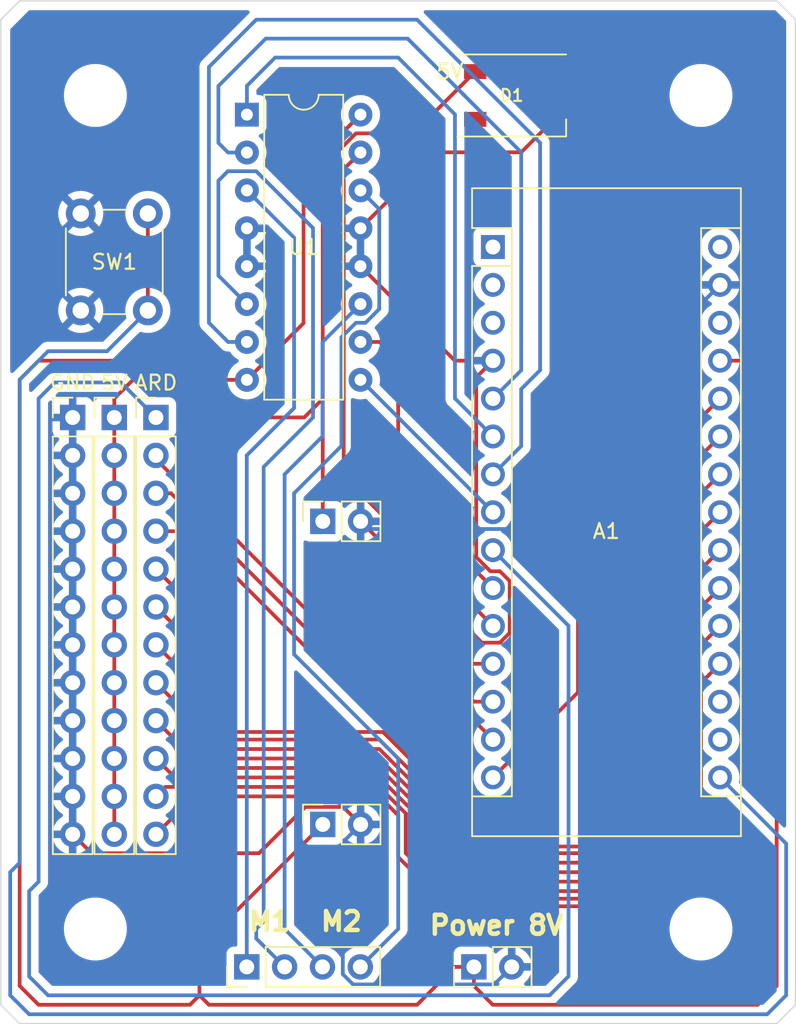
<source format=kicad_pcb>
(kicad_pcb (version 20211014) (generator pcbnew)
  (layers (0 "F.Cu" signal) (31 "B.Cu" signal) (34 "B.Paste" user) (35 "F.Paste" user) (36 "B.SilkS" user "B.Silkscreen") (37 "F.SilkS" user "F.Silkscreen") (38 "B.Mask" user) (39 "F.Mask" user) (44 "Edge.Cuts" user))
  (net 0 "")
  (net 6 "A0")
  (net 7 "GND")
  (net 8 "A1")
  (net 9 "M1A-IN")
  (net 10 "A2")
  (net 11 "EN1")
  (net 12 "A3")
  (net 13 "M1B-IN")
  (net 14 "A4")
  (net 15 "EN2")
  (net 16 "A5")
  (net 17 "D6")
  (net 18 "A6")
  (net 19 "M2A-IN")
  (net 20 "A7")
  (net 21 "M2B-IN")
  (net 22 "8V")
  (net 23 "D9")
  (net 25 "D10")
  (net 26 "D11")
  (net 28 "LED")
  (net 29 "BTN")
  (net 31 "5V")
  (net 32 "M1A-OUT")
  (net 33 "M1B-OUT")
  (net 34 "M2A-OUT")
  (net 35 "M2B-OUT")
  (footprint "Connector_PinSocket_2.54mm:PinSocket_1x02_P2.54mm_Vertical" (layer "F.Cu") (at 140.99 149.2 90)
    (fp_text reference "J6" hide)
    (fp_text value "Conn_01x02_Female" hide)
    (fp_line (start 1.33 1.27) (end 1.33 3.87) (layer "F.SilkS") (width 0.12))
    (fp_line (start -1.33 1.27) (end 1.33 1.27) (layer "F.SilkS") (width 0.12))
    (fp_line (start -1.33 1.27) (end -1.33 3.87) (layer "F.SilkS") (width 0.12))
    (fp_line (start -1.33 3.87) (end 1.33 3.87) (layer "F.SilkS") (width 0.12))
    (fp_line (start 1.33 -1.33) (end 1.33 0) (layer "F.SilkS") (width 0.12))
    (fp_line (start 0 -1.33) (end 1.33 -1.33) (layer "F.SilkS") (width 0.12))
    (pad "1" thru_hole rect locked (at 0 0 90) (size 1.7 1.7) (drill 1) (layers *.Cu *.Mask) (net 22 "8V"))
    (pad "2" thru_hole oval locked (at 0 2.54 90) (size 1.7 1.7) (drill 1) (layers *.Cu *.Mask) (net 7 "GND"))
  )
  (footprint "Package_DIP:DIP-16_W7.62mm" (layer "F.Cu") (at 135.9 101.615)
    (fp_text reference "U1" hide)
    (fp_text value "L293D" hide)
    (fp_text user "U1" (at 3.81 8.89) (layer "F.SilkS"))
    (fp_line (start 6.46 19.11) (end 6.46 -1.33) (layer "F.SilkS") (width 0.12))
    (fp_line (start 1.16 19.11) (end 6.46 19.11) (layer "F.SilkS") (width 0.12))
    (fp_line (start 1.16 -1.33) (end 1.16 19.11) (layer "F.SilkS") (width 0.12))
    (fp_line (start 6.46 -1.33) (end 4.81 -1.33) (layer "F.SilkS") (width 0.12))
    (fp_line (start 2.81 -1.33) (end 1.16 -1.33) (layer "F.SilkS") (width 0.12))
    (fp_arc (start 4.81 -1.33) (mid 3.81 -0.33) (end 2.81 -1.33) (layer "F.SilkS") (width 0.12))
    (pad "1" thru_hole rect locked (at 0 0) (size 1.6 1.6) (drill 0.8) (layers *.Cu *.Mask) (net 11 "EN1"))
    (pad "2" thru_hole oval locked (at 0 2.54) (size 1.6 1.6) (drill 0.8) (layers *.Cu *.Mask) (net 9 "M1A-IN"))
    (pad "3" thru_hole oval locked (at 0 5.08) (size 1.6 1.6) (drill 0.8) (layers *.Cu *.Mask) (net 32 "M1A-OUT"))
    (pad "4" thru_hole oval locked (at 0 7.62) (size 1.6 1.6) (drill 0.8) (layers *.Cu *.Mask) (net 7 "GND"))
    (pad "5" thru_hole oval locked (at 0 10.16) (size 1.6 1.6) (drill 0.8) (layers *.Cu *.Mask) (net 7 "GND"))
    (pad "6" thru_hole oval locked (at 0 12.7) (size 1.6 1.6) (drill 0.8) (layers *.Cu *.Mask) (net 33 "M1B-OUT"))
    (pad "7" thru_hole oval locked (at 0 15.24) (size 1.6 1.6) (drill 0.8) (layers *.Cu *.Mask) (net 13 "M1B-IN"))
    (pad "8" thru_hole oval locked (at 0 17.78) (size 1.6 1.6) (drill 0.8) (layers *.Cu *.Mask) (net 22 "8V"))
    (pad "9" thru_hole oval locked (at 7.62 17.78) (size 1.6 1.6) (drill 0.8) (layers *.Cu *.Mask) (net 15 "EN2"))
    (pad "10" thru_hole oval locked (at 7.62 15.24) (size 1.6 1.6) (drill 0.8) (layers *.Cu *.Mask) (net 19 "M2A-IN"))
    (pad "11" thru_hole oval locked (at 7.62 12.7) (size 1.6 1.6) (drill 0.8) (layers *.Cu *.Mask) (net 34 "M2A-OUT"))
    (pad "12" thru_hole oval locked (at 7.62 10.16) (size 1.6 1.6) (drill 0.8) (layers *.Cu *.Mask) (net 7 "GND"))
    (pad "13" thru_hole oval locked (at 7.62 7.62) (size 1.6 1.6) (drill 0.8) (layers *.Cu *.Mask) (net 7 "GND"))
    (pad "14" thru_hole oval locked (at 7.62 5.08) (size 1.6 1.6) (drill 0.8) (layers *.Cu *.Mask) (net 35 "M2B-OUT"))
    (pad "15" thru_hole oval locked (at 7.62 2.54) (size 1.6 1.6) (drill 0.8) (layers *.Cu *.Mask) (net 21 "M2B-IN"))
    (pad "16" thru_hole oval locked (at 7.62 0) (size 1.6 1.6) (drill 0.8) (layers *.Cu *.Mask) (net 22 "8V"))
  )
  (footprint "Connector_PinHeader_2.54mm:PinHeader_1x12_P2.54mm_Vertical" (layer "F.Cu") (at 127 121.92)
    (fp_text reference "5V" (at 0 -2.33) (layer "F.SilkS"))
    (fp_text value "Conn_01x12_Male" hide)
    (fp_line (start 1.33 1.27) (end 1.33 29.27) (layer "F.SilkS") (width 0.12))
    (fp_line (start -1.33 1.27) (end 1.33 1.27) (layer "F.SilkS") (width 0.12))
    (fp_line (start -1.33 1.27) (end -1.33 29.27) (layer "F.SilkS") (width 0.12))
    (fp_line (start -1.33 -1.33) (end 0 -1.33) (layer "F.SilkS") (width 0.12))
    (fp_line (start -1.33 0) (end -1.33 -1.33) (layer "F.SilkS") (width 0.12))
    (fp_line (start -1.33 29.27) (end 1.33 29.27) (layer "F.SilkS") (width 0.12))
    (pad "1" thru_hole rect locked (at 0 0) (size 1.7 1.7) (drill 1) (layers *.Cu *.Mask) (net 31 "5V"))
    (pad "2" thru_hole oval locked (at 0 2.54) (size 1.7 1.7) (drill 1) (layers *.Cu *.Mask) (net 31 "5V"))
    (pad "3" thru_hole oval locked (at 0 5.08) (size 1.7 1.7) (drill 1) (layers *.Cu *.Mask) (net 31 "5V"))
    (pad "4" thru_hole oval locked (at 0 7.62) (size 1.7 1.7) (drill 1) (layers *.Cu *.Mask) (net 31 "5V"))
    (pad "5" thru_hole oval locked (at 0 10.16) (size 1.7 1.7) (drill 1) (layers *.Cu *.Mask) (net 31 "5V"))
    (pad "6" thru_hole oval locked (at 0 12.7) (size 1.7 1.7) (drill 1) (layers *.Cu *.Mask) (net 31 "5V"))
    (pad "7" thru_hole oval locked (at 0 15.24) (size 1.7 1.7) (drill 1) (layers *.Cu *.Mask) (net 31 "5V"))
    (pad "8" thru_hole oval locked (at 0 17.78) (size 1.7 1.7) (drill 1) (layers *.Cu *.Mask) (net 31 "5V"))
    (pad "9" thru_hole oval locked (at 0 20.32) (size 1.7 1.7) (drill 1) (layers *.Cu *.Mask) (net 31 "5V"))
    (pad "10" thru_hole oval locked (at 0 22.86) (size 1.7 1.7) (drill 1) (layers *.Cu *.Mask) (net 31 "5V"))
    (pad "11" thru_hole oval locked (at 0 25.4) (size 1.7 1.7) (drill 1) (layers *.Cu *.Mask) (net 31 "5V"))
    (pad "12" thru_hole oval locked (at 0 27.94) (size 1.7 1.7) (drill 1) (layers *.Cu *.Mask) (net 31 "5V"))
  )
  (footprint "MountingHole:MountingHole_3.2mm_M3" (layer "F.Cu") (at 166.37 100.33)
    (fp_text reference "H2" hide)
    (fp_text value "MountingHole" hide)
    (pad "" np_thru_hole circle locked (at 0 0) (size 3.2 3.2) (drill 3.2) (layers *.Cu *.Mask))
  )
  (footprint "Connector_PinHeader_2.54mm:PinHeader_1x04_P2.54mm_Vertical" (layer "F.Cu") (at 135.89 158.75 90)
    (fp_text reference "J1" hide)
    (fp_text value "Conn_01x04_Male" hide)
    (fp_line (start -1.33 1.27) (end 1.33 1.27) (layer "F.SilkS") (width 0.12))
    (fp_line (start 1.33 1.27) (end 1.33 8.95) (layer "F.SilkS") (width 0.12))
    (fp_line (start -1.33 8.95) (end 1.33 8.95) (layer "F.SilkS") (width 0.12))
    (fp_line (start -1.33 -1.33) (end 0 -1.33) (layer "F.SilkS") (width 0.12))
    (fp_line (start -1.33 0) (end -1.33 -1.33) (layer "F.SilkS") (width 0.12))
    (fp_line (start -1.33 1.27) (end -1.33 8.95) (layer "F.SilkS") (width 0.12))
    (pad "1" thru_hole rect locked (at 0 0 90) (size 1.7 1.7) (drill 1) (layers *.Cu *.Mask) (net 32 "M1A-OUT"))
    (pad "2" thru_hole oval locked (at 0 2.54 90) (size 1.7 1.7) (drill 1) (layers *.Cu *.Mask) (net 33 "M1B-OUT"))
    (pad "3" thru_hole oval locked (at 0 5.08 90) (size 1.7 1.7) (drill 1) (layers *.Cu *.Mask) (net 34 "M2A-OUT"))
    (pad "4" thru_hole oval locked (at 0 7.62 90) (size 1.7 1.7) (drill 1) (layers *.Cu *.Mask) (net 35 "M2B-OUT"))
  )
  (footprint "LED_SMD:LED_WS2812B_PLCC4_5.0x5.0mm_P3.2mm" (layer "F.Cu") (at 153.67 100.33)
    (fp_text reference "D1" hide)
    (fp_text value "WS2812B" hide)
    (fp_text user "5V" (at -4.15 -1.6) (layer "F.SilkS"))
    (fp_text user "D1" (at 0 0) (layer "F.SilkS") (effects (font (size 0.8 0.8))))
    (fp_line (start 3.65 2.75) (end 3.65 1.6) (layer "F.SilkS") (width 0.12))
    (fp_line (start -3.65 -2.75) (end 3.65 -2.75) (layer "F.SilkS") (width 0.12))
    (fp_line (start -3.65 2.75) (end 3.65 2.75) (layer "F.SilkS") (width 0.12))
    (pad "1" smd rect locked (at -2.45 -1.6) (size 1.5 1) (layers "F.Cu" "F.Paste" "F.Mask") (net 31 "5V"))
    (pad "2" smd rect locked (at -2.45 1.6) (size 1.5 1) (layers "F.Cu" "F.Paste" "F.Mask"))
    (pad "3" smd rect locked (at 2.45 1.6) (size 1.5 1) (layers "F.Cu" "F.Paste" "F.Mask") (net 7 "GND"))
    (pad "4" smd rect locked (at 2.45 -1.6) (size 1.5 1) (layers "F.Cu" "F.Paste" "F.Mask") (net 28 "LED"))
  )
  (footprint "MountingHole:MountingHole_3.2mm_M3" (layer "F.Cu") (at 125.73 100.33)
    (fp_text reference "H4" hide)
    (fp_text value "MountingHole" hide)
    (pad "" np_thru_hole circle locked (at 0 0) (size 3.2 3.2) (drill 3.2) (layers *.Cu *.Mask))
  )
  (footprint "Module:Arduino_Nano" (layer "F.Cu") (at 152.41 110.49)
    (fp_text reference "A1" hide)
    (fp_text value "Arduino_Nano_Every" hide)
    (fp_text user "A1" (at 7.61 19.05 180) (layer "F.SilkS"))
    (fp_line (start 13.97 36.83) (end 16.64 36.83) (layer "F.SilkS") (width 0.12))
    (fp_line (start 1.27 1.27) (end 1.27 36.83) (layer "F.SilkS") (width 0.12))
    (fp_line (start 1.27 -1.27) (end -1.4 -1.27) (layer "F.SilkS") (width 0.12))
    (fp_line (start 13.97 -1.27) (end 13.97 36.83) (layer "F.SilkS") (width 0.12))
    (fp_line (start 13.97 -1.27) (end 16.64 -1.27) (layer "F.SilkS") (width 0.12))
    (fp_line (start 1.27 1.27) (end 1.27 -1.27) (layer "F.SilkS") (width 0.12))
    (fp_line (start -1.4 39.5) (end 16.64 39.5) (layer "F.SilkS") (width 0.12))
    (fp_line (start 1.27 1.27) (end -1.4 1.27) (layer "F.SilkS") (width 0.12))
    (fp_line (start 16.64 39.5) (end 16.64 -3.94) (layer "F.SilkS") (width 0.12))
    (fp_line (start -1.4 1.27) (end -1.4 39.5) (layer "F.SilkS") (width 0.12))
    (fp_line (start 16.64 -3.94) (end -1.4 -3.94) (layer "F.SilkS") (width 0.12))
    (fp_line (start -1.4 -3.94) (end -1.4 -1.27) (layer "F.SilkS") (width 0.12))
    (fp_line (start 1.27 36.83) (end -1.4 36.83) (layer "F.SilkS") (width 0.12))
    (pad "1" thru_hole rect locked (at 0 0) (size 1.6 1.6) (drill 1) (layers *.Cu *.Mask))
    (pad "2" thru_hole oval locked (at 0 2.54) (size 1.6 1.6) (drill 1) (layers *.Cu *.Mask))
    (pad "3" thru_hole oval locked (at 0 5.08) (size 1.6 1.6) (drill 1) (layers *.Cu *.Mask))
    (pad "4" thru_hole oval locked (at 0 7.62) (size 1.6 1.6) (drill 1) (layers *.Cu *.Mask) (net 7 "GND"))
    (pad "5" thru_hole oval locked (at 0 10.16) (size 1.6 1.6) (drill 1) (layers *.Cu *.Mask) (net 9 "M1A-IN"))
    (pad "6" thru_hole oval locked (at 0 12.7) (size 1.6 1.6) (drill 1) (layers *.Cu *.Mask) (net 11 "EN1"))
    (pad "7" thru_hole oval locked (at 0 15.24) (size 1.6 1.6) (drill 1) (layers *.Cu *.Mask) (net 13 "M1B-IN"))
    (pad "8" thru_hole oval locked (at 0 17.78) (size 1.6 1.6) (drill 1) (layers *.Cu *.Mask) (net 15 "EN2"))
    (pad "9" thru_hole oval locked (at 0 20.32) (size 1.6 1.6) (drill 1) (layers *.Cu *.Mask) (net 17 "D6"))
    (pad "10" thru_hole oval locked (at 0 22.86) (size 1.6 1.6) (drill 1) (layers *.Cu *.Mask) (net 19 "M2A-IN"))
    (pad "11" thru_hole oval locked (at 0 25.4) (size 1.6 1.6) (drill 1) (layers *.Cu *.Mask) (net 21 "M2B-IN"))
    (pad "12" thru_hole oval locked (at 0 27.94) (size 1.6 1.6) (drill 1) (layers *.Cu *.Mask) (net 23 "D9"))
    (pad "13" thru_hole oval locked (at 0 30.48) (size 1.6 1.6) (drill 1) (layers *.Cu *.Mask) (net 25 "D10"))
    (pad "14" thru_hole oval locked (at 0 33.02) (size 1.6 1.6) (drill 1) (layers *.Cu *.Mask) (net 26 "D11"))
    (pad "15" thru_hole oval locked (at 0 35.56) (size 1.6 1.6) (drill 1) (layers *.Cu *.Mask) (net 28 "LED"))
    (pad "16" thru_hole oval locked (at 15.24 35.56) (size 1.6 1.6) (drill 1) (layers *.Cu *.Mask) (net 29 "BTN"))
    (pad "17" thru_hole oval locked (at 15.24 33.02) (size 1.6 1.6) (drill 1) (layers *.Cu *.Mask))
    (pad "18" thru_hole oval locked (at 15.24 30.48) (size 1.6 1.6) (drill 1) (layers *.Cu *.Mask))
    (pad "19" thru_hole oval locked (at 15.24 27.94) (size 1.6 1.6) (drill 1) (layers *.Cu *.Mask) (net 6 "A0"))
    (pad "20" thru_hole oval locked (at 15.24 25.4) (size 1.6 1.6) (drill 1) (layers *.Cu *.Mask) (net 8 "A1"))
    (pad "21" thru_hole oval locked (at 15.24 22.86) (size 1.6 1.6) (drill 1) (layers *.Cu *.Mask) (net 10 "A2"))
    (pad "22" thru_hole oval locked (at 15.24 20.32) (size 1.6 1.6) (drill 1) (layers *.Cu *.Mask) (net 12 "A3"))
    (pad "23" thru_hole oval locked (at 15.24 17.78) (size 1.6 1.6) (drill 1) (layers *.Cu *.Mask) (net 14 "A4"))
    (pad "24" thru_hole oval locked (at 15.24 15.24) (size 1.6 1.6) (drill 1) (layers *.Cu *.Mask) (net 16 "A5"))
    (pad "25" thru_hole oval locked (at 15.24 12.7) (size 1.6 1.6) (drill 1) (layers *.Cu *.Mask) (net 18 "A6"))
    (pad "26" thru_hole oval locked (at 15.24 10.16) (size 1.6 1.6) (drill 1) (layers *.Cu *.Mask) (net 20 "A7"))
    (pad "27" thru_hole oval locked (at 15.24 7.62) (size 1.6 1.6) (drill 1) (layers *.Cu *.Mask) (net 22 "8V"))
    (pad "28" thru_hole oval locked (at 15.24 5.08) (size 1.6 1.6) (drill 1) (layers *.Cu *.Mask))
    (pad "29" thru_hole oval locked (at 15.24 2.54) (size 1.6 1.6) (drill 1) (layers *.Cu *.Mask) (net 7 "GND"))
    (pad "30" thru_hole oval locked (at 15.24 0) (size 1.6 1.6) (drill 1) (layers *.Cu *.Mask))
  )
  (footprint "Connector_PinHeader_2.54mm:PinHeader_1x12_P2.54mm_Vertical" (layer "F.Cu") (at 129.794 121.92)
    (fp_text reference "ARD" (at 0 -2.33) (layer "F.SilkS"))
    (fp_text value "Conn_01x12_Male" hide)
    (fp_line (start -1.33 0) (end -1.33 -1.33) (layer "F.SilkS") (width 0.12))
    (fp_line (start -1.33 -1.33) (end 0 -1.33) (layer "F.SilkS") (width 0.12))
    (fp_line (start -1.33 1.27) (end -1.33 29.27) (layer "F.SilkS") (width 0.12))
    (fp_line (start 1.33 1.27) (end 1.33 29.27) (layer "F.SilkS") (width 0.12))
    (fp_line (start -1.33 1.27) (end 1.33 1.27) (layer "F.SilkS") (width 0.12))
    (fp_line (start -1.33 29.27) (end 1.33 29.27) (layer "F.SilkS") (width 0.12))
    (pad "1" thru_hole rect locked (at 0 0) (size 1.7 1.7) (drill 1) (layers *.Cu *.Mask) (net 17 "D6"))
    (pad "2" thru_hole oval locked (at 0 2.54) (size 1.7 1.7) (drill 1) (layers *.Cu *.Mask) (net 23 "D9"))
    (pad "3" thru_hole oval locked (at 0 5.08) (size 1.7 1.7) (drill 1) (layers *.Cu *.Mask) (net 25 "D10"))
    (pad "4" thru_hole oval locked (at 0 7.62) (size 1.7 1.7) (drill 1) (layers *.Cu *.Mask) (net 26 "D11"))
    (pad "5" thru_hole oval locked (at 0 10.16) (size 1.7 1.7) (drill 1) (layers *.Cu *.Mask) (net 20 "A7"))
    (pad "6" thru_hole oval locked (at 0 12.7) (size 1.7 1.7) (drill 1) (layers *.Cu *.Mask) (net 18 "A6"))
    (pad "7" thru_hole oval locked (at 0 15.24) (size 1.7 1.7) (drill 1) (layers *.Cu *.Mask) (net 16 "A5"))
    (pad "8" thru_hole oval locked (at 0 17.78) (size 1.7 1.7) (drill 1) (layers *.Cu *.Mask) (net 14 "A4"))
    (pad "9" thru_hole oval locked (at 0 20.32) (size 1.7 1.7) (drill 1) (layers *.Cu *.Mask) (net 12 "A3"))
    (pad "10" thru_hole oval locked (at 0 22.86) (size 1.7 1.7) (drill 1) (layers *.Cu *.Mask) (net 10 "A2"))
    (pad "11" thru_hole oval locked (at 0 25.4) (size 1.7 1.7) (drill 1) (layers *.Cu *.Mask) (net 8 "A1"))
    (pad "12" thru_hole oval locked (at 0 27.94) (size 1.7 1.7) (drill 1) (layers *.Cu *.Mask) (net 6 "A0"))
  )
  (footprint "Connector_PinSocket_2.54mm:PinSocket_1x02_P2.54mm_Vertical" (layer "F.Cu") (at 140.99 128.88 90)
    (fp_text reference "Power 5V" hide)
    (fp_text value "Conn_01x02_Female" hide)
    (fp_line (start -1.33 3.87) (end 1.33 3.87) (layer "F.SilkS") (width 0.12))
    (fp_line (start 1.33 -1.33) (end 1.33 0) (layer "F.SilkS") (width 0.12))
    (fp_line (start 1.33 1.27) (end 1.33 3.87) (layer "F.SilkS") (width 0.12))
    (fp_line (start -1.33 1.27) (end -1.33 3.87) (layer "F.SilkS") (width 0.12))
    (fp_line (start -1.33 1.27) (end 1.33 1.27) (layer "F.SilkS") (width 0.12))
    (fp_line (start 0 -1.33) (end 1.33 -1.33) (layer "F.SilkS") (width 0.12))
    (pad "1" thru_hole rect locked (at 0 0 90) (size 1.7 1.7) (drill 1) (layers *.Cu *.Mask) (net 31 "5V"))
    (pad "2" thru_hole oval locked (at 0 2.54 90) (size 1.7 1.7) (drill 1) (layers *.Cu *.Mask) (net 7 "GND"))
  )
  (footprint "Button_Switch_THT:SW_PUSH_6mm" (layer "F.Cu") (at 129.25 108.24 -90)
    (fp_text reference "SW1" hide)
    (fp_text value "SW_DIP_x01" hide)
    (fp_text user "SW1" (at 3.25 2.25 180) (layer "F.SilkS"))
    (fp_line (start 5.5 -1) (end 1 -1) (layer "F.SilkS") (width 0.12))
    (fp_line (start 6.75 3) (end 6.75 1.5) (layer "F.SilkS") (width 0.12))
    (fp_line (start -0.25 1.5) (end -0.25 3) (layer "F.SilkS") (width 0.12))
    (fp_line (start 1 5.5) (end 5.5 5.5) (layer "F.SilkS") (width 0.12))
    (pad "1" thru_hole circle locked (at 6.5 0) (size 2 2) (drill 1.1) (layers *.Cu *.Mask) (net 29 "BTN"))
    (pad "1" thru_hole circle locked (at 0 0) (size 2 2) (drill 1.1) (layers *.Cu *.Mask) (net 29 "BTN"))
    (pad "2" thru_hole circle locked (at 6.5 4.5) (size 2 2) (drill 1.1) (layers *.Cu *.Mask) (net 7 "GND"))
    (pad "2" thru_hole circle locked (at 0 4.5) (size 2 2) (drill 1.1) (layers *.Cu *.Mask) (net 7 "GND"))
  )
  (footprint "MountingHole:MountingHole_3.2mm_M3" (layer "F.Cu") (at 125.73 156.21)
    (fp_text reference "H1" hide)
    (fp_text value "MountingHole" hide)
    (pad "" np_thru_hole circle locked (at 0 0) (size 3.2 3.2) (drill 3.2) (layers *.Cu *.Mask))
  )
  (footprint "MountingHole:MountingHole_3.2mm_M3" (layer "F.Cu") (at 166.37 156.21)
    (fp_text reference "H3" hide)
    (fp_text value "MountingHole" hide)
    (pad "" np_thru_hole circle locked (at 0 0) (size 3.2 3.2) (drill 3.2) (layers *.Cu *.Mask))
  )
  (footprint "Connector_PinHeader_2.54mm:PinHeader_1x02_P2.54mm_Vertical" (layer "F.Cu") (at 151.13 158.75 90)
    (fp_text reference "J7" hide)
    (fp_text value "Conn_01x02_Male" hide)
    (fp_line (start -1.33 1.27) (end -1.33 3.87) (layer "F.SilkS") (width 0.12))
    (fp_line (start -1.33 3.87) (end 1.33 3.87) (layer "F.SilkS") (width 0.12))
    (fp_line (start 1.33 1.27) (end 1.33 3.87) (layer "F.SilkS") (width 0.12))
    (fp_line (start -1.33 0) (end -1.33 -1.33) (layer "F.SilkS") (width 0.12))
    (fp_line (start -1.33 -1.33) (end 0 -1.33) (layer "F.SilkS") (width 0.12))
    (fp_line (start -1.33 1.27) (end 1.33 1.27) (layer "F.SilkS") (width 0.12))
    (pad "1" thru_hole rect locked (at 0 0 90) (size 1.7 1.7) (drill 1) (layers *.Cu *.Mask) (net 22 "8V"))
    (pad "2" thru_hole oval locked (at 0 2.54 90) (size 1.7 1.7) (drill 1) (layers *.Cu *.Mask) (net 7 "GND"))
  )
  (footprint "Connector_PinHeader_2.54mm:PinHeader_1x12_P2.54mm_Vertical" (layer "F.Cu") (at 124.206 121.92)
    (fp_text reference "GND" (at 0 -2.33) (layer "F.SilkS"))
    (fp_text value "Conn_01x12_Male" hide)
    (fp_line (start -1.33 -1.33) (end 0 -1.33) (layer "F.SilkS") (width 0.12))
    (fp_line (start -1.33 29.27) (end 1.33 29.27) (layer "F.SilkS") (width 0.12))
    (fp_line (start 1.33 1.27) (end 1.33 29.27) (layer "F.SilkS") (width 0.12))
    (fp_line (start -1.33 1.27) (end 1.33 1.27) (layer "F.SilkS") (width 0.12))
    (fp_line (start -1.33 0) (end -1.33 -1.33) (layer "F.SilkS") (width 0.12))
    (fp_line (start -1.33 1.27) (end -1.33 29.27) (layer "F.SilkS") (width 0.12))
    (pad "1" thru_hole rect locked (at 0 0) (size 1.7 1.7) (drill 1) (layers *.Cu *.Mask) (net 7 "GND"))
    (pad "2" thru_hole oval locked (at 0 2.54) (size 1.7 1.7) (drill 1) (layers *.Cu *.Mask) (net 7 "GND"))
    (pad "3" thru_hole oval locked (at 0 5.08) (size 1.7 1.7) (drill 1) (layers *.Cu *.Mask) (net 7 "GND"))
    (pad "4" thru_hole oval locked (at 0 7.62) (size 1.7 1.7) (drill 1) (layers *.Cu *.Mask) (net 7 "GND"))
    (pad "5" thru_hole oval locked (at 0 10.16) (size 1.7 1.7) (drill 1) (layers *.Cu *.Mask) (net 7 "GND"))
    (pad "6" thru_hole oval locked (at 0 12.7) (size 1.7 1.7) (drill 1) (layers *.Cu *.Mask) (net 7 "GND"))
    (pad "7" thru_hole oval locked (at 0 15.24) (size 1.7 1.7) (drill 1) (layers *.Cu *.Mask) (net 7 "GND"))
    (pad "8" thru_hole oval locked (at 0 17.78) (size 1.7 1.7) (drill 1) (layers *.Cu *.Mask) (net 7 "GND"))
    (pad "9" thru_hole oval locked (at 0 20.32) (size 1.7 1.7) (drill 1) (layers *.Cu *.Mask) (net 7 "GND"))
    (pad "10" thru_hole oval locked (at 0 22.86) (size 1.7 1.7) (drill 1) (layers *.Cu *.Mask) (net 7 "GND"))
    (pad "11" thru_hole oval locked (at 0 25.4) (size 1.7 1.7) (drill 1) (layers *.Cu *.Mask) (net 7 "GND"))
    (pad "12" thru_hole oval locked (at 0 27.94) (size 1.7 1.7) (drill 1) (layers *.Cu *.Mask) (net 7 "GND"))
  )
  (gr_line (start 119.38 161.29) (end 120.65 162.56) (layer "Edge.Cuts") (width 0.1))
  (gr_line (start 119.38 95.25) (end 119.38 161.29) (layer "Edge.Cuts") (width 0.1))
  (gr_line (start 171.45 162.56) (end 172.72 161.29) (layer "Edge.Cuts") (width 0.1))
  (gr_line (start 172.72 95.25) (end 171.45 93.98) (layer "Edge.Cuts") (width 0.1))
  (gr_line (start 171.45 93.98) (end 120.65 93.98) (layer "Edge.Cuts") (width 0.1))
  (gr_line (start 120.65 93.98) (end 119.38 95.25) (layer "Edge.Cuts") (width 0.1))
  (gr_line (start 120.65 162.56) (end 171.45 162.56) (layer "Edge.Cuts") (width 0.1))
  (gr_line (start 172.72 161.29) (end 172.72 95.25) (layer "Edge.Cuts") (width 0.1))
  (gr_text "M1" (at 137.414 155.702) (layer "F.SilkS") (effects (font (size 1.27 1.27) (thickness 0.3))))
  (gr_text "Power 8V" (at 152.654 155.956) (layer "F.SilkS") (effects (font (size 1.27 1.27) (thickness 0.3))))
  (gr_text "M2\n" (at 142.24 155.702) (layer "F.SilkS") (effects (font (size 1.27 1.27) (thickness 0.3))))
  (segment (start 166.38 139.7) (end 166.37 139.7) (width 0.25) (layer "F.Cu") (net 6))
  (segment (start 132.334 147.32) (end 129.794 149.86) (width 0.25) (layer "F.Cu") (net 6))
  (segment (start 149.352 154.686) (end 160.275436 154.686) (width 0.25) (layer "F.Cu") (net 6))
  (segment (start 160.275436 154.686) (end 166.37 148.591436) (width 0.25) (layer "F.Cu") (net 6))
  (segment (start 166.37 148.591436) (end 166.37 139.71) (width 0.25) (layer "F.Cu") (net 6))
  (segment (start 144.78 147.32) (end 132.334 147.32) (width 0.25) (layer "F.Cu") (net 6))
  (segment (start 146.05 148.59) (end 146.05 151.384) (width 0.25) (layer "F.Cu") (net 6))
  (segment (start 167.65 138.43) (end 166.38 139.7) (width 0.25) (layer "F.Cu") (net 6))
  (segment (start 146.05 151.384) (end 149.352 154.686) (width 0.25) (layer "F.Cu") (net 6))
  (segment (start 166.37 139.71) (end 166.38 139.7) (width 0.25) (layer "F.Cu") (net 6))
  (segment (start 146.05 148.59) (end 144.78 147.32) (width 0.25) (layer "F.Cu") (net 6))
  (segment (start 156.12 101.93) (end 156.12 102.325) (width 0.25) (layer "F.Cu") (net 7))
  (segment (start 154.305 104.14) (end 148.59 104.14) (width 0.25) (layer "F.Cu") (net 7))
  (segment (start 152.41 118.11) (end 149.855 118.11) (width 0.25) (layer "F.Cu") (net 7))
  (segment (start 148.59 104.165) (end 143.52 109.235) (width 0.25) (layer "F.Cu") (net 7))
  (segment (start 124.206 149.86) (end 125.476 151.13) (width 0.25) (layer "F.Cu") (net 7))
  (segment (start 149.855 118.11) (end 143.52 111.775) (width 0.25) (layer "F.Cu") (net 7))
  (segment (start 152.41 118.11) (end 151.285489 119.234511) (width 0.25) (layer "F.Cu") (net 7))
  (segment (start 153.534511 136.355789) (end 152.875789 137.014511) (width 0.25) (layer "F.Cu") (net 7))
  (segment (start 152.235189 132.225489) (end 152.875789 132.225489) (width 0.25) (layer "F.Cu") (net 7))
  (segment (start 156.12 102.325) (end 154.305 104.14) (width 0.25) (layer "F.Cu") (net 7))
  (segment (start 153.534511 132.884211) (end 153.534511 136.355789) (width 0.25) (layer "F.Cu") (net 7))
  (segment (start 142.355489 148.025489) (end 143.53 149.2) (width 0.25) (layer "F.Cu") (net 7))
  (segment (start 152.875789 132.225489) (end 153.534511 132.884211) (width 0.25) (layer "F.Cu") (net 7))
  (segment (start 151.285489 131.275789) (end 152.235189 132.225489) (width 0.25) (layer "F.Cu") (net 7))
  (segment (start 136.710978 151.13) (end 139.815489 148.025489) (width 0.25) (layer "F.Cu") (net 7))
  (segment (start 151.285489 119.234511) (end 151.285489 131.275789) (width 0.25) (layer "F.Cu") (net 7))
  (segment (start 148.59 104.14) (end 148.59 104.165) (width 0.25) (layer "F.Cu") (net 7))
  (segment (start 152.875789 137.014511) (end 151.664511 137.014511) (width 0.25) (layer "F.Cu") (net 7))
  (segment (start 125.476 151.13) (end 136.710978 151.13) (width 0.25) (layer "F.Cu") (net 7))
  (segment (start 139.815489 148.025489) (end 142.355489 148.025489) (width 0.25) (layer "F.Cu") (net 7))
  (segment (start 151.664511 137.014511) (end 143.53 128.88) (width 0.25) (layer "F.Cu") (net 7))
  (segment (start 167.65 113.03) (end 165.4225 115.2575) (width 0.25) (layer "B.Cu") (net 7))
  (segment (start 152.495489 159.924511) (end 153.67 158.75) (width 0.25) (layer "B.Cu") (net 7))
  (segment (start 143.023501 159.924511) (end 152.495489 159.924511) (width 0.25) (layer "B.Cu") (net 7))
  (segment (start 156.990489 129.394511) (end 144.044511 129.394511) (width 0.25) (layer "B.Cu") (net 7))
  (segment (start 142.335489 150.394511) (end 142.335489 159.236499) (width 0.25) (layer "B.Cu") (net 7))
  (segment (start 144.044511 129.394511) (end 143.53 128.88) (width 0.25) (layer "B.Cu") (net 7))
  (segment (start 165.4225 120.9625) (end 165.4225 115.2575) (width 0.25) (layer "B.Cu") (net 7))
  (segment (start 142.335489 159.236499) (end 143.023501 159.924511) (width 0.25) (layer "B.Cu") (net 7))
  (segment (start 156.990489 129.394511) (end 165.4225 120.9625) (width 0.25) (layer "B.Cu") (net 7))
  (segment (start 143.53 149.2) (end 142.335489 150.394511) (width 0.25) (layer "B.Cu") (net 7))
  (segment (start 146.558 151.13) (end 149.606 154.178) (width 0.25) (layer "F.Cu") (net 8))
  (segment (start 167.65 135.89) (end 165.735 137.805) (width 0.25) (layer "F.Cu") (net 8))
  (segment (start 165.735 148.59) (end 165.735 148.590718) (width 0.25) (layer "F.Cu") (net 8))
  (segment (start 160.147718 154.178) (end 165.735 148.590718) (width 0.25) (layer "F.Cu") (net 8))
  (segment (start 130.429 146.685) (end 129.794 147.32) (width 0.25) (layer "F.Cu") (net 8))
  (segment (start 144.780718 146.685) (end 146.494859 148.399141) (width 0.25) (layer "F.Cu") (net 8))
  (segment (start 149.86 154.178) (end 160.147718 154.178) (width 0.25) (layer "F.Cu") (net 8))
  (segment (start 144.780718 146.685) (end 130.429 146.685) (width 0.25) (layer "F.Cu") (net 8))
  (segment (start 165.735 137.805) (end 165.735 148.59) (width 0.25) (layer "F.Cu") (net 8))
  (segment (start 146.558 148.462282) (end 146.558 151.13) (width 0.25) (layer "F.Cu") (net 8))
  (segment (start 146.494859 148.399141) (end 146.558 148.462282) (width 0.25) (layer "F.Cu") (net 8))
  (segment (start 149.606 154.178) (end 149.86 154.178) (width 0.25) (layer "F.Cu") (net 8))
  (segment (start 137.16 96.52) (end 146.05 96.52) (width 0.25) (layer "B.Cu") (net 9))
  (segment (start 154.305 118.755) (end 152.41 120.65) (width 0.25) (layer "B.Cu") (net 9))
  (segment (start 154.305 118.745) (end 154.305 118.755) (width 0.25) (layer "B.Cu") (net 9))
  (segment (start 133.985 99.695) (end 137.16 96.52) (width 0.25) (layer "B.Cu") (net 9))
  (segment (start 146.685 96.52) (end 150.495 100.33) (width 0.25) (layer "B.Cu") (net 9))
  (segment (start 154.305 104.14) (end 154.305 118.745) (width 0.25) (layer "B.Cu") (net 9))
  (segment (start 146.05 96.52) (end 146.685 96.52) (width 0.25) (layer "B.Cu") (net 9))
  (segment (start 134.635 104.155) (end 133.985 103.505) (width 0.25) (layer "B.Cu") (net 9))
  (segment (start 150.495 100.33) (end 154.305 104.14) (width 0.25) (layer "B.Cu") (net 9))
  (segment (start 135.9 104.155) (end 134.635 104.155) (width 0.25) (layer "B.Cu") (net 9))
  (segment (start 133.985 103.505) (end 133.985 99.695) (width 0.25) (layer "B.Cu") (net 9))
  (segment (start 160.02 153.67) (end 165.1 148.59) (width 0.25) (layer "F.Cu") (net 10))
  (segment (start 147.32 148.588564) (end 147.32 151.130718) (width 0.25) (layer "F.Cu") (net 10))
  (segment (start 144.781436 146.05) (end 147.32 148.588564) (width 0.25) (layer "F.Cu") (net 10))
  (segment (start 131.064 146.05) (end 144.781436 146.05) (width 0.25) (layer "F.Cu") (net 10))
  (segment (start 149.859282 153.67) (end 160.02 153.67) (width 0.25) (layer "F.Cu") (net 10))
  (segment (start 129.794 144.78) (end 131.064 146.05) (width 0.25) (layer "F.Cu") (net 10))
  (segment (start 147.32 151.130718) (end 149.859282 153.67) (width 0.25) (layer "F.Cu") (net 10))
  (segment (start 165.1 135.9) (end 167.65 133.35) (width 0.25) (layer "F.Cu") (net 10))
  (segment (start 165.1 148.59) (end 165.1 135.9) (width 0.25) (layer "F.Cu") (net 10))
  (segment (start 137.795 97.79) (end 146.05 97.79) (width 0.25) (layer "B.Cu") (net 11))
  (segment (start 146.05 97.79) (end 147.955 99.695) (width 0.25) (layer "B.Cu") (net 11))
  (segment (start 152.41 123.19) (end 149.87 120.65) (width 0.25) (layer "B.Cu") (net 11))
  (segment (start 149.86 101.6) (end 149.86 120.65) (width 0.25) (layer "B.Cu") (net 11))
  (segment (start 149.87 120.65) (end 149.86 120.65) (width 0.25) (layer "B.Cu") (net 11))
  (segment (start 147.955 99.695) (end 149.86 101.6) (width 0.25) (layer "B.Cu") (net 11))
  (segment (start 135.9 101.615) (end 135.9 99.685) (width 0.25) (layer "B.Cu") (net 11))
  (segment (start 135.9 99.685) (end 137.795 97.79) (width 0.25) (layer "B.Cu") (net 11))
  (segment (start 147.955 148.587846) (end 144.782154 145.415) (width 0.25) (layer "F.Cu") (net 12))
  (segment (start 132.969 145.415) (end 129.794 142.24) (width 0.25) (layer "F.Cu") (net 12))
  (segment (start 164.465 133.995) (end 164.465 148.589282) (width 0.25) (layer "F.Cu") (net 12))
  (segment (start 147.955 151.13) (end 147.955 148.587846) (width 0.25) (layer "F.Cu") (net 12))
  (segment (start 160.019641 153.034641) (end 149.859641 153.034641) (width 0.25) (layer "F.Cu") (net 12))
  (segment (start 144.782154 145.415) (end 132.969 145.415) (width 0.25) (layer "F.Cu") (net 12))
  (segment (start 164.465 148.589282) (end 160.019641 153.034641) (width 0.25) (layer "F.Cu") (net 12))
  (segment (start 149.859641 153.034641) (end 147.955 151.13) (width 0.25) (layer "F.Cu") (net 12))
  (segment (start 167.65 130.81) (end 164.465 133.995) (width 0.25) (layer "F.Cu") (net 12))
  (segment (start 133.35 98.425) (end 133.35 115.57) (width 0.25) (layer "B.Cu") (net 13))
  (segment (start 136.525 95.25) (end 133.35 98.425) (width 0.25) (layer "B.Cu") (net 13))
  (segment (start 134.635 116.855) (end 135.9 116.855) (width 0.25) (layer "B.Cu") (net 13))
  (segment (start 155.575 103.505) (end 147.32 95.25) (width 0.25) (layer "B.Cu") (net 13))
  (segment (start 155.575 118.745) (end 155.575 103.505) (width 0.25) (layer "B.Cu") (net 13))
  (segment (start 133.35 115.57) (end 134.635 116.855) (width 0.25) (layer "B.Cu") (net 13))
  (segment (start 154.305 120.65) (end 154.305 120.015) (width 0.25) (layer "B.Cu") (net 13))
  (segment (start 152.41 125.73) (end 154.305 123.835) (width 0.25) (layer "B.Cu") (net 13))
  (segment (start 147.32 95.25) (end 136.525 95.25) (width 0.25) (layer "B.Cu") (net 13))
  (segment (start 154.305 120.015) (end 155.575 118.745) (width 0.25) (layer "B.Cu") (net 13))
  (segment (start 154.305 123.835) (end 154.305 120.65) (width 0.25) (layer "B.Cu") (net 13))
  (segment (start 167.65 128.27) (end 163.829282 132.090718) (width 0.25) (layer "F.Cu") (net 14))
  (segment (start 163.829282 148.589282) (end 160.018564 152.4) (width 0.25) (layer "F.Cu") (net 14))
  (segment (start 149.860718 152.4) (end 148.590359 151.129641) (width 0.25) (layer "F.Cu") (net 14))
  (segment (start 148.590359 151.129641) (end 148.590359 148.587488) (width 0.25) (layer "F.Cu") (net 14))
  (segment (start 144.782871 144.78) (end 133.35 144.78) (width 0.25) (layer "F.Cu") (net 14))
  (segment (start 160.018564 152.4) (end 149.860718 152.4) (width 0.25) (layer "F.Cu") (net 14))
  (segment (start 131.445 142.875) (end 131.445 141.351) (width 0.25) (layer "F.Cu") (net 14))
  (segment (start 163.829282 132.090718) (end 163.829282 148.589282) (width 0.25) (layer "F.Cu") (net 14))
  (segment (start 148.590359 148.587488) (end 144.782871 144.78) (width 0.25) (layer "F.Cu") (net 14))
  (segment (start 133.35 144.78) (end 131.445 142.875) (width 0.25) (layer "F.Cu") (net 14))
  (segment (start 131.445 141.351) (end 129.794 139.7) (width 0.25) (layer "F.Cu") (net 14))
  (segment (start 143.535 119.395) (end 143.52 119.395) (width 0.25) (layer "B.Cu") (net 15))
  (segment (start 152.41 128.27) (end 143.535 119.395) (width 0.25) (layer "B.Cu") (net 15))
  (segment (start 163.193923 148.588923) (end 160.017846 151.765) (width 0.25) (layer "F.Cu") (net 16))
  (segment (start 163.193923 130.186077) (end 163.193923 148.588923) (width 0.25) (layer "F.Cu") (net 16))
  (segment (start 149.225 148.586411) (end 144.783589 144.145) (width 0.25) (layer "F.Cu") (net 16))
  (segment (start 132.08 139.446) (end 129.794 137.16) (width 0.25) (layer "F.Cu") (net 16))
  (segment (start 149.861436 151.765) (end 149.225 151.128564) (width 0.25) (layer "F.Cu") (net 16))
  (segment (start 144.783589 144.145) (end 133.985 144.145) (width 0.25) (layer "F.Cu") (net 16))
  (segment (start 133.985 144.145) (end 132.08 142.24) (width 0.25) (layer "F.Cu") (net 16))
  (segment (start 160.017846 151.765) (end 149.861436 151.765) (width 0.25) (layer "F.Cu") (net 16))
  (segment (start 132.08 142.24) (end 132.08 139.446) (width 0.25) (layer "F.Cu") (net 16))
  (segment (start 149.225 151.128564) (end 149.225 148.586411) (width 0.25) (layer "F.Cu") (net 16))
  (segment (start 167.65 125.73) (end 163.193923 130.186077) (width 0.25) (layer "F.Cu") (net 16))
  (segment (start 121.285 153.67) (end 121.92 153.035) (width 0.25) (layer "B.Cu") (net 17))
  (segment (start 157.48 135.88) (end 157.48 159.385) (width 0.25) (layer "B.Cu") (net 17))
  (segment (start 121.92 153.035) (end 121.92 120.65) (width 0.25) (layer "B.Cu") (net 17))
  (segment (start 122.555 160.655) (end 121.285 159.385) (width 0.25) (layer "B.Cu") (net 17))
  (segment (start 121.92 120.65) (end 122.9995 119.5705) (width 0.25) (layer "B.Cu") (net 17))
  (segment (start 127.4445 119.5705) (end 129.794 121.92) (width 0.25) (layer "B.Cu") (net 17))
  (segment (start 121.285 159.385) (end 121.285 153.67) (width 0.25) (layer "B.Cu") (net 17))
  (segment (start 157.48 159.385) (end 156.21 160.655) (width 0.25) (layer "B.Cu") (net 17))
  (segment (start 122.9995 119.5705) (end 127.4445 119.5705) (width 0.25) (layer "B.Cu") (net 17))
  (segment (start 156.21 160.655) (end 122.555 160.655) (width 0.25) (layer "B.Cu") (net 17))
  (segment (start 152.41 130.81) (end 157.48 135.88) (width 0.25) (layer "B.Cu") (net 17))
  (segment (start 160.018564 151.128564) (end 150.112564 151.128564) (width 0.25) (layer "F.Cu") (net 18))
  (segment (start 132.715 142.239282) (end 132.715 137.541) (width 0.25) (layer "F.Cu") (net 18))
  (segment (start 150.112564 151.128564) (end 149.735154 150.751154) (width 0.25) (layer "F.Cu") (net 18))
  (segment (start 132.715 137.541) (end 129.794 134.62) (width 0.25) (layer "F.Cu") (net 18))
  (segment (start 162.558564 148.588564) (end 160.018564 151.128564) (width 0.25) (layer "F.Cu") (net 18))
  (segment (start 149.735153 148.460846) (end 144.783948 143.509641) (width 0.25) (layer "F.Cu") (net 18))
  (segment (start 149.735154 150.751154) (end 149.735153 148.460846) (width 0.25) (layer "F.Cu") (net 18))
  (segment (start 162.558564 128.281436) (end 162.558564 148.588564) (width 0.25) (layer "F.Cu") (net 18))
  (segment (start 167.65 123.19) (end 162.558564 128.281436) (width 0.25) (layer "F.Cu") (net 18))
  (segment (start 144.783948 143.509641) (end 133.985359 143.509641) (width 0.25) (layer "F.Cu") (net 18))
  (segment (start 133.985359 143.509641) (end 132.715 142.239282) (width 0.25) (layer "F.Cu") (net 18))
  (segment (start 146.05 118.11) (end 144.795 116.855) (width 0.25) (layer "F.Cu") (net 19))
  (segment (start 152.41 133.35) (end 146.05 126.99) (width 0.25) (layer "F.Cu") (net 19))
  (segment (start 144.795 116.855) (end 143.52 116.855) (width 0.25) (layer "F.Cu") (net 19))
  (segment (start 146.05 126.99) (end 146.05 118.11) (width 0.25) (layer "F.Cu") (net 19))
  (segment (start 133.16452 142.053084) (end 133.16452 135.45052) (width 0.25) (layer "F.Cu") (net 20))
  (segment (start 134.113436 143.002) (end 133.16452 142.053084) (width 0.25) (layer "F.Cu") (net 20))
  (segment (start 167.65 120.65) (end 161.808 126.492) (width 0.25) (layer "F.Cu") (net 20))
  (segment (start 161.798 148.71341) (end 159.832366 150.679044) (width 0.25) (layer "F.Cu") (net 20))
  (segment (start 150.184674 148.152674) (end 145.034 143.002) (width 0.25) (layer "F.Cu") (net 20))
  (segment (start 150.679044 150.679044) (end 150.184674 150.184674) (width 0.25) (layer "F.Cu") (net 20))
  (segment (start 161.808 126.492) (end 161.798 126.492) (width 0.25) (layer "F.Cu") (net 20))
  (segment (start 159.832366 150.679044) (end 150.679044 150.679044) (width 0.25) (layer "F.Cu") (net 20))
  (segment (start 161.798 126.492) (end 161.798 148.71341) (width 0.25) (layer "F.Cu") (net 20))
  (segment (start 150.184674 150.184674) (end 150.184674 148.152674) (width 0.25) (layer "F.Cu") (net 20))
  (segment (start 145.034 143.002) (end 134.113436 143.002) (width 0.25) (layer "F.Cu") (net 20))
  (segment (start 133.16452 135.45052) (end 129.794 132.08) (width 0.25) (layer "F.Cu") (net 20))
  (segment (start 142.395489 125.875489) (end 142.395489 105.279511) (width 0.25) (layer "F.Cu") (net 21))
  (segment (start 152.41 135.89) (end 142.395489 125.875489) (width 0.25) (layer "F.Cu") (net 21))
  (segment (start 142.395489 105.279511) (end 143.52 104.155) (width 0.25) (layer "F.Cu") (net 21))
  (segment (start 120.65 160.02) (end 121.92 161.29) (width 0.25) (layer "F.Cu") (net 22))
  (segment (start 139.7 115.595) (end 135.9 119.395) (width 0.25) (layer "F.Cu") (net 22))
  (segment (start 139.7 105.435) (end 139.7 115.595) (width 0.25) (layer "F.Cu") (net 22))
  (segment (start 170.18 161.29) (end 171.45 160.02) (width 0.25) (layer "F.Cu") (net 22))
  (segment (start 134 119.395) (end 132.715 118.11) (width 0.25) (layer "F.Cu") (net 22))
  (segment (start 120.65 119.38) (end 120.65 160.02) (width 0.25) (layer "F.Cu") (net 22))
  (segment (start 151.13 158.75) (end 151.13 160.02) (width 0.25) (layer "F.Cu") (net 22))
  (segment (start 132.715 160.655) (end 132.715 157.475) (width 0.25) (layer "F.Cu") (net 22))
  (segment (start 132.715 160.655) (end 133.35 161.29) (width 0.25) (layer "F.Cu") (net 22))
  (segment (start 151.13 160.02) (end 152.4 161.29) (width 0.25) (layer "F.Cu") (net 22))
  (segment (start 121.92 161.29) (end 132.08 161.29) (width 0.25) (layer "F.Cu") (net 22))
  (segment (start 147.32 161.29) (end 149.86 158.75) (width 0.25) (layer "F.Cu") (net 22))
  (segment (start 133.35 161.29) (end 147.32 161.29) (width 0.25) (layer "F.Cu") (net 22))
  (segment (start 171.45 119.38) (end 170.18 118.11) (width 0.25) (layer "F.Cu") (net 22))
  (segment (start 143.52 101.615) (end 139.7 105.435) (width 0.25) (layer "F.Cu") (net 22))
  (segment (start 121.92 118.11) (end 120.65 119.38) (width 0.25) (layer "F.Cu") (net 22))
  (segment (start 135.9 119.395) (end 134 119.395) (width 0.25) (layer "F.Cu") (net 22))
  (segment (start 149.86 158.75) (end 151.13 158.75) (width 0.25) (layer "F.Cu") (net 22))
  (segment (start 170.18 118.11) (end 167.65 118.11) (width 0.25) (layer "F.Cu") (net 22))
  (segment (start 152.4 161.29) (end 170.18 161.29) (width 0.25) (layer "F.Cu") (net 22))
  (segment (start 132.08 161.29) (end 132.715 160.655) (width 0.25) (layer "F.Cu") (net 22))
  (segment (start 132.715 118.11) (end 121.92 118.11) (width 0.25) (layer "F.Cu") (net 22))
  (segment (start 132.715 157.475) (end 140.99 149.2) (width 0.25) (layer "F.Cu") (net 22))
  (segment (start 171.45 160.02) (end 171.45 119.38) (width 0.25) (layer "F.Cu") (net 22))
  (segment (start 152.41 138.43) (end 143.51 138.43) (width 0.25) (layer "F.Cu") (net 23))
  (segment (start 143.51 138.43) (end 129.54 124.46) (width 0.25) (layer "F.Cu") (net 23))
  (segment (start 130.81 127) (end 129.794 127) (width 0.25) (layer "F.Cu") (net 25))
  (segment (start 151.13 140.97) (end 149.225 139.065) (width 0.25) (layer "F.Cu") (net 25))
  (segment (start 152.41 140.97) (end 151.13 140.97) (width 0.25) (layer "F.Cu") (net 25))
  (segment (start 149.225 139.065) (end 142.875 139.065) (width 0.25) (layer "F.Cu") (net 25))
  (segment (start 142.875 139.065) (end 130.81 127) (width 0.25) (layer "F.Cu") (net 25))
  (segment (start 142.24 139.7) (end 132.08 129.54) (width 0.25) (layer "F.Cu") (net 26))
  (segment (start 152.41 143.51) (end 149.235 140.335) (width 0.25) (layer "F.Cu") (net 26))
  (segment (start 149.225 140.335) (end 148.59 139.7) (width 0.25) (layer "F.Cu") (net 26))
  (segment (start 149.235 140.335) (end 149.225 140.335) (width 0.25) (layer "F.Cu") (net 26))
  (segment (start 132.08 129.54) (end 129.794 129.54) (width 0.25) (layer "F.Cu") (net 26))
  (segment (start 148.59 139.7) (end 142.24 139.7) (width 0.25) (layer "F.Cu") (net 26))
  (segment (start 158.115 99.695) (end 158.115 140.345) (width 0.25) (layer "F.Cu") (net 28))
  (segment (start 156.12 98.73) (end 157.15 98.73) (width 0.25) (layer "F.Cu") (net 28))
  (segment (start 157.15 98.73) (end 158.115 99.695) (width 0.25) (layer "F.Cu") (net 28))
  (segment (start 158.115 140.345) (end 152.41 146.05) (width 0.25) (layer "F.Cu") (net 28))
  (segment (start 129.25 114.74) (end 129.25 108.24) (width 0.25) (layer "F.Cu") (net 29))
  (segment (start 122.555 117.475) (end 126.515 117.475) (width 0.25) (layer "B.Cu") (net 29))
  (segment (start 172.085 150.485) (end 172.085 160.655) (width 0.25) (layer "B.Cu") (net 29))
  (segment (start 120.65 151.765) (end 120.65 119.38) (width 0.25) (layer "B.Cu") (net 29))
  (segment (start 126.515 117.475) (end 129.25 114.74) (width 0.25) (layer "B.Cu") (net 29))
  (segment (start 121.285 161.925) (end 120.015 160.655) (width 0.25) (layer "B.Cu") (net 29))
  (segment (start 170.815 161.925) (end 121.285 161.925) (width 0.25) (layer "B.Cu") (net 29))
  (segment (start 167.65 146.05) (end 172.085 150.485) (width 0.25) (layer "B.Cu") (net 29))
  (segment (start 120.015 152.4) (end 120.65 151.765) (width 0.25) (layer "B.Cu") (net 29))
  (segment (start 120.65 119.38) (end 122.555 117.475) (width 0.25) (layer "B.Cu") (net 29))
  (segment (start 172.085 160.655) (end 170.815 161.925) (width 0.25) (layer "B.Cu") (net 29))
  (segment (start 120.015 160.655) (end 120.015 152.4) (width 0.25) (layer "B.Cu") (net 29))
  (segment (start 128.27 119.38) (end 127 120.65) (width 0.25) (layer "F.Cu") (net 31))
  (segment (start 127 139.7) (end 127 149.86) (width 0.25) (layer "F.Cu") (net 31))
  (segment (start 127 120.65) (end 127 121.92) (width 0.25) (layer "F.Cu") (net 31))
  (segment (start 143.2147 102.87) (end 147.08 102.87) (width 0.25) (layer "F.Cu") (net 31))
  (segment (start 127 121.92) (end 127 124.46) (width 0.25) (layer "F.Cu") (net 31))
  (segment (start 127 127) (end 127 137.16) (width 0.25) (layer "F.Cu") (net 31))
  (segment (start 140.99 120.67) (end 140.99 105.0947) (width 0.25) (layer "F.Cu") (net 31))
  (segment (start 140.99 105.0947) (end 143.2147 102.87) (width 0.25) (layer "F.Cu") (net 31))
  (segment (start 127 139.7) (end 127 137.16) (width 0.25) (layer "F.Cu") (net 31))
  (segment (start 132.08 119.38) (end 128.27 119.38) (width 0.25) (layer "F.Cu") (net 31))
  (segment (start 127 124.46) (end 127 127) (width 0.25) (layer "F.Cu") (net 31))
  (segment (start 140.99 120.67) (end 139.745 121.915) (width 0.25) (layer "F.Cu") (net 31))
  (segment (start 134.615 121.915) (end 132.08 119.38) (width 0.25) (layer "F.Cu") (net 31))
  (segment (start 140.99 120.67) (end 140.99 128.88) (width 0.25) (layer "F.Cu") (net 31))
  (segment (start 147.08 102.87) (end 151.22 98.73) (width 0.25) (layer "F.Cu") (net 31))
  (segment (start 139.745 121.915) (end 134.615 121.915) (width 0.25) (layer "F.Cu") (net 31))
  (segment (start 135.89 124.46) (end 139.065 121.285) (width 0.25) (layer "B.Cu") (net 32))
  (segment (start 139.065 121.285) (end 139.065 109.86) (width 0.25) (layer "B.Cu") (net 32))
  (segment (start 139.065 109.86) (end 135.9 106.695) (width 0.25) (layer "B.Cu") (net 32))
  (segment (start 135.89 158.75) (end 135.89 124.46) (width 0.25) (layer "B.Cu") (net 32))
  (segment (start 136.525 156.845) (end 136.525 156.21) (width 0.25) (layer "B.Cu") (net 33))
  (segment (start 138.43 158.75) (end 136.525 156.845) (width 0.25) (layer "B.Cu") (net 33))
  (segment (start 137.024511 155.710489) (end 137.024511 125.230489) (width 0.25) (layer "B.Cu") (net 33))
  (segment (start 136.525 105.41) (end 134.62 105.41) (width 0.25) (layer "B.Cu") (net 33))
  (segment (start 136.525 156.21) (end 137.024511 155.710489) (width 0.25) (layer "B.Cu") (net 33))
  (segment (start 137.024511 125.230489) (end 140.335 121.92) (width 0.25) (layer "B.Cu") (net 33))
  (segment (start 133.985 106.045) (end 133.985 112.4) (width 0.25) (layer "B.Cu") (net 33))
  (segment (start 134.62 105.41) (end 133.985 106.045) (width 0.25) (layer "B.Cu") (net 33))
  (segment (start 133.985 112.4) (end 135.9 114.315) (width 0.25) (layer "B.Cu") (net 33))
  (segment (start 140.335 109.855) (end 140.335 109.22) (width 0.25) (layer "B.Cu") (net 33))
  (segment (start 140.335 121.92) (end 140.335 109.855) (width 0.25) (layer "B.Cu") (net 33))
  (segment (start 140.335 109.22) (end 136.525 105.41) (width 0.25) (layer "B.Cu") (net 33))
  (segment (start 140.97 158.75) (end 138.43 156.21) (width 0.25) (layer "B.Cu") (net 34))
  (segment (start 138.43 156.21) (end 138.43 125.73) (width 0.25) (layer "B.Cu") (net 34))
  (segment (start 138.43 125.73) (end 140.97 123.19) (width 0.25) (layer "B.Cu") (net 34))
  (segment (start 140.97 123.19) (end 140.97 116.865) (width 0.25) (layer "B.Cu") (net 34))
  (segment (start 140.97 116.865) (end 143.52 114.315) (width 0.25) (layer "B.Cu") (net 34))
  (segment (start 139.065 127) (end 142.24 123.825) (width 0.25) (layer "B.Cu") (net 35))
  (segment (start 143.2147 115.57) (end 143.8553 115.57) (width 0.25) (layer "B.Cu") (net 35))
  (segment (start 146.05 156.21) (end 146.05 144.78) (width 0.25) (layer "B.Cu") (net 35))
  (segment (start 142.24 123.825) (end 142.24 116.5447) (width 0.25) (layer "B.Cu") (net 35))
  (segment (start 144.78 107.955) (end 143.52 106.695) (width 0.25) (layer "B.Cu") (net 35))
  (segment (start 142.24 116.5447) (end 143.2147 115.57) (width 0.25) (layer "B.Cu") (net 35))
  (segment (start 146.05 144.78) (end 139.065 137.795) (width 0.25) (layer "B.Cu") (net 35))
  (segment (start 144.78 114.6453) (end 144.78 107.955) (width 0.25) (layer "B.Cu") (net 35))
  (segment (start 143.51 158.75) (end 146.05 156.21) (width 0.25) (layer "B.Cu") (net 35))
  (segment (start 143.8553 115.57) (end 144.78 114.6453) (width 0.25) (layer "B.Cu") (net 35))
  (segment (start 139.065 137.795) (end 139.065 127) (width 0.25) (layer "B.Cu") (net 35))
  (zone (net 7) (net_name "GND") (layer "B.Cu") (name "GND") (connect_pads (clearance 0.508)) (min_thickness 0.254) (fill yes (thermal_gap 0.508) (thermal_bridge_width 0.508))
    (polygon (pts (xy 172.085 95.25) (xy 172.085 160.655) (xy 170.815 161.925) (xy 121.285 161.925) (xy 120.015 160.655) (xy 120.015 95.885) (xy 121.285 94.615) (xy 171.45 94.615)))
  )
)
</source>
